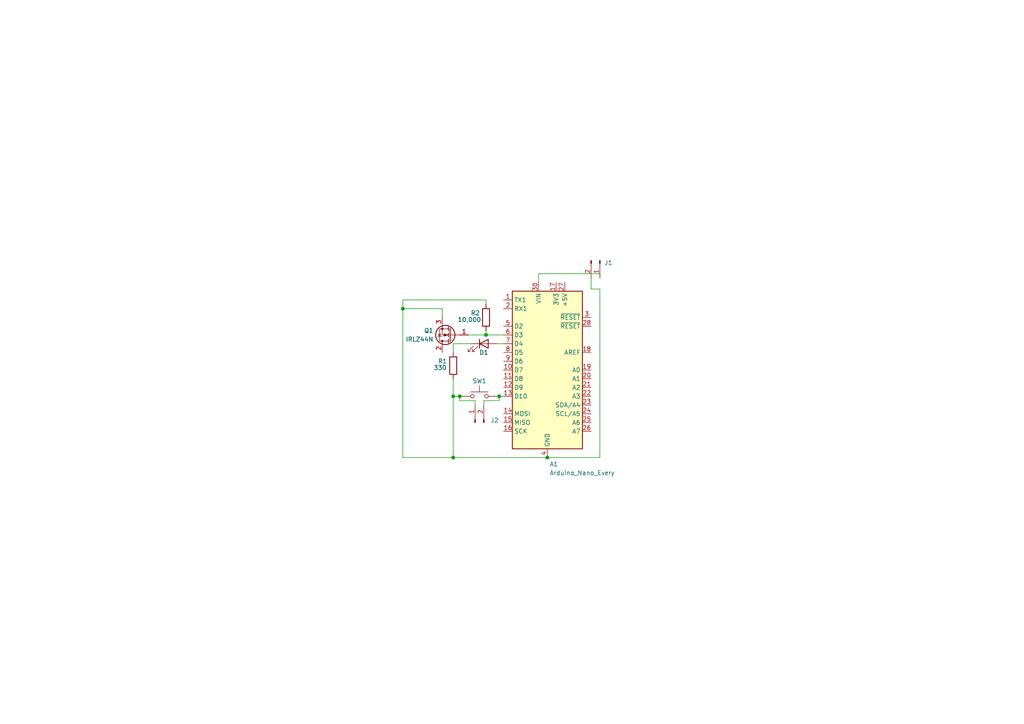
<source format=kicad_sch>
(kicad_sch (version 20211123) (generator eeschema)
  (paper "A4")
  (lib_symbols
    (symbol "Connector:Conn_01x02_Male" (pin_names (offset 1.016) hide)
      (property "Reference" "J" (at 0 2.54 0))
      (property "Value" "Conn_01x02_Male" (at 0 -5.08 0))
      (symbol "Conn_01x02_Male_1_1"
        (polyline (pts (xy 1.27 -2.54) (xy 0.8636 -2.54)) (stroke (width 0.1524)))
        (polyline (pts (xy 1.27 0) (xy 0.8636 0)) (stroke (width 0.1524)))
        (rectangle (start 0.8636 -2.413) (end 0 -2.667) (stroke (width 0.1524)) (fill (type outline)))
        (rectangle (start 0.8636 0.127) (end 0 -0.127) (stroke (width 0.1524)) (fill (type outline)))
        (pin passive line (at 5.08 0 180) (length 3.81) (name "Pin_1") (number "1"))
        (pin passive line (at 5.08 -2.54 180) (length 3.81) (name "Pin_2") (number "2"))
      )
    )
    (symbol "Device:LED" (pin_numbers hide) (pin_names (offset 1.016) hide)
      (property "Reference" "D" (at 0 2.54 0))
      (property "Value" "LED" (at 0 -2.54 0))
      (symbol "LED_0_1"
        (polyline (pts (xy -1.27 -1.27) (xy -1.27 1.27)) (stroke (width 0.254)))
        (polyline (pts (xy -1.27 0) (xy 1.27 0)))
        (polyline (pts (xy 1.27 -1.27) (xy 1.27 1.27) (xy -1.27 0) (xy 1.27 -1.27)) (stroke (width 0.254)))
        (polyline (pts (xy -3.048 -0.762) (xy -4.572 -2.286) (xy -3.81 -2.286) (xy -4.572 -2.286) (xy -4.572 -1.524)))
        (polyline (pts (xy -1.778 -0.762) (xy -3.302 -2.286) (xy -2.54 -2.286) (xy -3.302 -2.286) (xy -3.302 -1.524)))
      )
      (symbol "LED_1_1"
        (pin passive line (at -3.81 0 0) (length 2.54) (name "K") (number "1"))
        (pin passive line (at 3.81 0 180) (length 2.54) (name "A") (number "2"))
      )
    )
    (symbol "Device:R" (pin_numbers hide) (pin_names (offset 0))
      (property "Reference" "R" (at 2.032 0 90))
      (property "Value" "R" (at 0 0 90))
      (symbol "R_0_1"
        (rectangle (start -1.016 -2.54) (end 1.016 2.54) (stroke (width 0.254)))
      )
      (symbol "R_1_1"
        (pin passive line (at 0 3.81 270) (length 1.27) (name "~") (number "1"))
        (pin passive line (at 0 -3.81 90) (length 1.27) (name "~") (number "2"))
      )
    )
    (symbol "MCU_Module:Arduino_Nano_Every"
      (property "Reference" "A" (at -10.16 23.495 0))
      (property "Value" "Arduino_Nano_Every" (at 5.08 -24.13 0))
      (symbol "Arduino_Nano_Every_0_1"
        (rectangle (start -10.16 22.86) (end 10.16 -22.86) (stroke (width 0.254)) (fill (type background)))
      )
      (symbol "Arduino_Nano_Every_1_1"
        (pin bidirectional line (at -12.7 20.32 0) (length 2.54) (name "TX1") (number "1"))
        (pin bidirectional line (at -12.7 0 0) (length 2.54) (name "D7") (number "10"))
        (pin bidirectional line (at -12.7 -2.54 0) (length 2.54) (name "D8") (number "11"))
        (pin bidirectional line (at -12.7 -5.08 0) (length 2.54) (name "D9") (number "12"))
        (pin bidirectional line (at -12.7 -7.62 0) (length 2.54) (name "D10") (number "13"))
        (pin bidirectional line (at -12.7 -12.7 0) (length 2.54) (name "MOSI") (number "14"))
        (pin bidirectional line (at -12.7 -15.24 0) (length 2.54) (name "MISO") (number "15"))
        (pin bidirectional line (at -12.7 -17.78 0) (length 2.54) (name "SCK") (number "16"))
        (pin power_out line (at 2.54 25.4 270) (length 2.54) (name "3V3") (number "17"))
        (pin input line (at 12.7 5.08 180) (length 2.54) (name "AREF") (number "18"))
        (pin bidirectional line (at 12.7 0 180) (length 2.54) (name "A0") (number "19"))
        (pin bidirectional line (at -12.7 17.78 0) (length 2.54) (name "RX1") (number "2"))
        (pin bidirectional line (at 12.7 -2.54 180) (length 2.54) (name "A1") (number "20"))
        (pin bidirectional line (at 12.7 -5.08 180) (length 2.54) (name "A2") (number "21"))
        (pin bidirectional line (at 12.7 -7.62 180) (length 2.54) (name "A3") (number "22"))
        (pin bidirectional line (at 12.7 -10.16 180) (length 2.54) (name "SDA/A4") (number "23"))
        (pin bidirectional line (at 12.7 -12.7 180) (length 2.54) (name "SCL/A5") (number "24"))
        (pin bidirectional line (at 12.7 -15.24 180) (length 2.54) (name "A6") (number "25"))
        (pin bidirectional line (at 12.7 -17.78 180) (length 2.54) (name "A7") (number "26"))
        (pin power_out line (at 5.08 25.4 270) (length 2.54) (name "+5V") (number "27"))
        (pin input line (at 12.7 12.7 180) (length 2.54) (name "~{RESET}") (number "28"))
        (pin passive line (at 0 -25.4 90) (length 2.54) hide (name "GND") (number "29"))
        (pin input line (at 12.7 15.24 180) (length 2.54) (name "~{RESET}") (number "3"))
        (pin power_in line (at -2.54 25.4 270) (length 2.54) (name "VIN") (number "30"))
        (pin power_in line (at 0 -25.4 90) (length 2.54) (name "GND") (number "4"))
        (pin bidirectional line (at -12.7 12.7 0) (length 2.54) (name "D2") (number "5"))
        (pin bidirectional line (at -12.7 10.16 0) (length 2.54) (name "D3") (number "6"))
        (pin bidirectional line (at -12.7 7.62 0) (length 2.54) (name "D4") (number "7"))
        (pin bidirectional line (at -12.7 5.08 0) (length 2.54) (name "D5") (number "8"))
        (pin bidirectional line (at -12.7 2.54 0) (length 2.54) (name "D6") (number "9"))
      )
    )
    (symbol "Switch:SW_Push" (pin_numbers hide) (pin_names (offset 1.016) hide)
      (property "Reference" "SW" (at 1.27 2.54 0))
      (property "Value" "SW_Push" (at 0 -1.524 0))
      (symbol "SW_Push_0_1"
        (circle (center -2.032 0) (radius 0.508))
        (polyline (pts (xy 0 1.27) (xy 0 3.048)))
        (polyline (pts (xy 2.54 1.27) (xy -2.54 1.27)))
        (circle (center 2.032 0) (radius 0.508))
        (pin passive line (at -5.08 0 0) (length 2.54) (name "1") (number "1"))
        (pin passive line (at 5.08 0 180) (length 2.54) (name "2") (number "2"))
      )
    )
    (symbol "Transistor_FET:IRLZ44N" (pin_names hide)
      (property "Reference" "Q" (at 6.35 1.905 0))
      (property "Value" "IRLZ44N" (at 6.35 0 0))
      (symbol "IRLZ44N_0_1"
        (polyline (pts (xy 0.254 0) (xy -2.54 0)))
        (polyline (pts (xy 0.254 1.905) (xy 0.254 -1.905)) (stroke (width 0.254)))
        (polyline (pts (xy 0.762 -1.27) (xy 0.762 -2.286)) (stroke (width 0.254)))
        (polyline (pts (xy 0.762 0.508) (xy 0.762 -0.508)) (stroke (width 0.254)))
        (polyline (pts (xy 0.762 2.286) (xy 0.762 1.27)) (stroke (width 0.254)))
        (polyline (pts (xy 2.54 2.54) (xy 2.54 1.778)))
        (polyline (pts (xy 2.54 -2.54) (xy 2.54 0) (xy 0.762 0)))
        (polyline (pts (xy 0.762 -1.778) (xy 3.302 -1.778) (xy 3.302 1.778) (xy 0.762 1.778)))
        (polyline (pts (xy 1.016 0) (xy 2.032 0.381) (xy 2.032 -0.381) (xy 1.016 0)) (fill (type outline)))
        (polyline (pts (xy 2.794 0.508) (xy 2.921 0.381) (xy 3.683 0.381) (xy 3.81 0.254)))
        (polyline (pts (xy 3.302 0.381) (xy 2.921 -0.254) (xy 3.683 -0.254) (xy 3.302 0.381)))
        (circle (center 1.651 0) (radius 2.794) (stroke (width 0.254)))
        (circle (center 2.54 -1.778) (radius 0.254) (fill (type outline)))
        (circle (center 2.54 1.778) (radius 0.254) (fill (type outline)))
      )
      (symbol "IRLZ44N_1_1"
        (pin input line (at -5.08 0 0) (length 2.54) (name "G") (number "1"))
        (pin passive line (at 2.54 5.08 270) (length 2.54) (name "D") (number "2"))
        (pin passive line (at 2.54 -5.08 90) (length 2.54) (name "S") (number "3"))
      )
    )
  )
  (junction (at 116.84 89.535))
  (junction (at 144.78 114.935))
  (junction (at 131.445 132.715))
  (junction (at 158.75 132.715))
  (junction (at 133.35 114.935))
  (junction (at 131.445 114.935))
  (junction (at 140.97 97.155))
  (wire (pts (xy 131.445 99.695) (xy 131.445 102.235)))
  (wire (pts (xy 144.145 99.695) (xy 146.05 99.695)))
  (wire (pts (xy 128.27 89.535) (xy 116.84 89.535)))
  (wire (pts (xy 116.84 86.995) (xy 116.84 89.535)))
  (wire (pts (xy 131.445 114.935) (xy 133.35 114.935)))
  (wire (pts (xy 135.89 97.155) (xy 140.97 97.155)))
  (wire (pts (xy 173.99 83.82) (xy 173.99 132.715)))
  (wire (pts (xy 140.97 88.265) (xy 140.97 86.995)))
  (wire (pts (xy 140.97 97.155) (xy 146.05 97.155)))
  (wire (pts (xy 171.45 83.82) (xy 173.99 83.82)))
  (wire (pts (xy 131.445 109.855) (xy 131.445 114.935)))
  (wire (pts (xy 140.335 117.475) (xy 140.335 116.205)))
  (wire (pts (xy 173.99 132.715) (xy 158.75 132.715)))
  (wire (pts (xy 173.99 79.375) (xy 156.21 79.375)))
  (wire (pts (xy 116.84 89.535) (xy 116.84 132.715)))
  (wire (pts (xy 156.21 79.375) (xy 156.21 81.915)))
  (wire (pts (xy 128.27 92.075) (xy 128.27 89.535)))
  (wire (pts (xy 173.99 80.645) (xy 173.99 79.375)))
  (wire (pts (xy 140.97 86.995) (xy 116.84 86.995)))
  (wire (pts (xy 144.78 116.205) (xy 144.78 114.935)))
  (wire (pts (xy 133.35 114.935) (xy 133.985 114.935)))
  (wire (pts (xy 140.335 116.205) (xy 144.78 116.205)))
  (wire (pts (xy 116.84 132.715) (xy 131.445 132.715)))
  (wire (pts (xy 140.97 95.885) (xy 140.97 97.155)))
  (wire (pts (xy 144.78 114.935) (xy 146.05 114.935)))
  (wire (pts (xy 133.35 116.205) (xy 133.35 114.935)))
  (wire (pts (xy 144.145 114.935) (xy 144.78 114.935)))
  (wire (pts (xy 131.445 132.715) (xy 158.75 132.715)))
  (wire (pts (xy 131.445 114.935) (xy 131.445 132.715)))
  (wire (pts (xy 137.795 116.205) (xy 133.35 116.205)))
  (wire (pts (xy 137.795 117.475) (xy 137.795 116.205)))
  (wire (pts (xy 171.45 80.645) (xy 171.45 83.82)))
  (wire (pts (xy 131.445 99.695) (xy 136.525 99.695)))
  (symbol (lib_id "MCU_Module:Arduino_Nano_Every") (at 158.75 107.315 0) (unit 1)
    (property "Reference" "A1" (at 159.385 134.62 0) (effects (justify left)))
    (property "Value" "Arduino_Nano_Every" (at 159.385 137.16 0) (effects (justify left)))
    (property "Footprint" "Module:Arduino_Nano" (effects hide))
    (property "Datasheet" "https://content.arduino.cc/assets/NANOEveryV3.0_sch.pdf" (effects hide))
  )
  (symbol (lib_id "Connector:Conn_01x02_Male") (at 173.99 75.565 270) (unit 1)
    (property "Reference" "J1" (at 175.26 76.1999 90) (effects (justify left)))
    (property "Value" "Conn_01x02_Male" (effects hide))
    (property "Footprint" "Connector_PinHeader_2.54mm:PinHeader_1x02_P2.54mm_Horizontal" (effects hide))
  )
  (symbol (lib_id "Transistor_FET:IRLZ44N") (at 130.81 97.155 180) (unit 1)
    (property "Reference" "Q1" (at 125.73 95.885 0) (effects (justify left)))
    (property "Value" "IRLZ44N" (at 125.73 98.425 0) (effects (justify left)))
    (property "Footprint" "Package_TO_SOT_THT:TO-220-3_Vertical" (effects hide))
    (property "Datasheet" "http://www.irf.com/product-info/datasheets/data/irlz44n.pdf" (effects hide))
  )
  (symbol (lib_id "Device:LED") (at 140.335 99.695 0) (unit 1)
    (property "Reference" "D1" (at 140.335 102.235 0))
    (property "Value" "LED" (effects hide))
    (property "Footprint" "LED_THT:LED_D3.0mm" (effects hide))
  )
  (symbol (lib_id "Connector:Conn_01x02_Male") (at 137.795 122.555 90) (unit 1)
    (property "Reference" "J2" (at 142.24 121.9199 90) (effects (justify right)))
    (property "Value" "Conn_01x02_Male" (effects hide))
    (property "Footprint" "Connector_PinHeader_2.54mm:PinHeader_1x02_P2.54mm_Horizontal" (effects hide))
  )
  (symbol (lib_id "Device:R") (at 140.97 92.075 0) (unit 1)
    (property "Reference" "R2" (at 136.525 90.805 0) (effects (justify left)))
    (property "Value" "10,000" (at 132.715 92.71 0) (effects (justify left)))
    (property "Footprint" "Resistor_THT:R_Axial_DIN0207_L6.3mm_D2.5mm_P7.62mm_Horizontal" (effects hide))
  )
  (symbol (lib_id "Device:R") (at 131.445 106.045 0) (unit 1)
    (property "Reference" "R1" (at 127 104.775 0) (effects (justify left)))
    (property "Value" "330" (at 125.73 106.68 0) (effects (justify left)))
    (property "Footprint" "Resistor_THT:R_Axial_DIN0207_L6.3mm_D2.5mm_P7.62mm_Horizontal" (effects hide))
  )
  (symbol (lib_id "Switch:SW_Push") (at 139.065 114.935 0) (unit 1)
    (property "Reference" "SW1" (at 139.065 110.49 0))
    (property "Value" "SW_Push" (effects hide))
    (property "Footprint" "Button_Switch_THT:SW_PUSH-12mm" (effects hide))
  )
)
</source>
